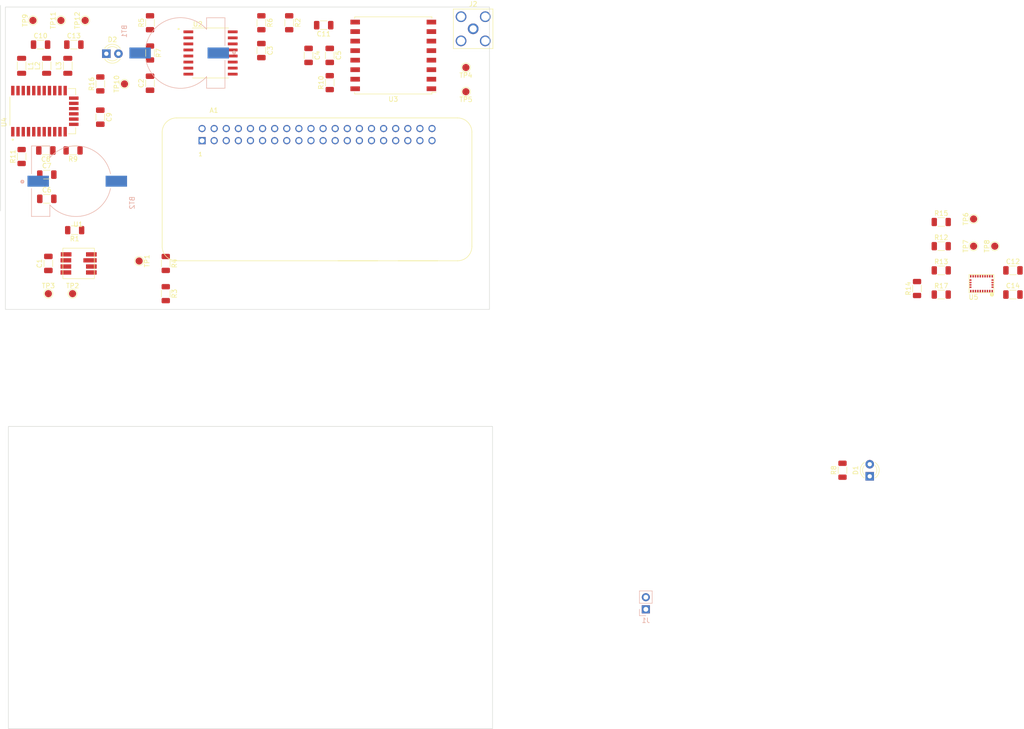
<source format=kicad_pcb>
(kicad_pcb (version 20211014) (generator pcbnew)
  (layers (0 "F.Cu" signal) (31 "B.Cu" signal) (34 "B.Paste" user) (35 "F.Paste" user) (36 "B.SilkS" user "B.Silkscreen") (37 "F.SilkS" user "F.Silkscreen") (38 "B.Mask" user) (39 "F.Mask" user) (44 "Edge.Cuts" user))
  (net 0 "")
  (net 1 "+3.3V")
  (net 2 "+5V")
  (net 3 "SDA1alt")
  (net 4 "SDA1")
  (net 5 "GND")
  (net 6 "SCL1")
  (net 7 "RX")
  (net 8 "TX")
  (net 9 "RST-RTC")
  (net 13 "RST-TRX")
  (net 14 "RST-GPS")
  (net 15 "DIO0")
  (net 16 "MOSI0")
  (net 17 "MISO0")
  (net 19 "SCLK")
  (net 20 "CS")
  (net 22 "SDA0")
  (net 23 "SCL0")
  (net 24 "BOOTN")
  (net 25 "INTN")
  (net 27 "NRST")
  (net 28 "FIX Indicator")
  (net 32 "Net-(A1-Pad40)")
  (net 33 "Net-(C1-Pad2)")
  (net 34 "Net-(C2-Pad2)")
  (net 35 "Net-(BT1-PadP)")
  (net 36 "Net-(C4-Pad2)")
  (net 37 "Net-(C6-Pad2)")
  (net 38 "Net-(C8-Pad1)")
  (net 39 "Net-(C8-Pad2)")
  (net 40 "Net-(BT2-PadP)")
  (net 41 "Net-(C11-Pad2)")
  (net 42 "Net-(C12-Pad2)")
  (net 43 "Net-(D1-Pad2)")
  (net 44 "Net-(D2-Pad2)")
  (net 45 "Net-(J2-Pad1)")
  (net 46 "Net-(L1-Pad2)")
  (net 47 "Net-(L2-Pad1)")
  (net 48 "Net-(L3-Pad1)")
  (net 49 "Net-(R2-Pad1)")
  (net 50 "+3V3")
  (net 51 "Net-(R11-Pad2)")
  (net 52 "HW Standby")
  (net 53 "Net-(C10-Pad2)")
  (net 55 "Net-(R3-Pad1)")
  (net 62 "Net-(R10-Pad2)")
  (net 73 "Net-(R12-Pad1)")
  (net 74 "Net-(R2-Pad2)")
  (footprint "Capacitor_SMD:C_1206_3216Metric" (layer "F.Cu") (at 92.837 49.088 -90)
    (fp_text reference "C5" (at 0 -1.85 90) (layer "F.SilkS"))
    (fp_text value "0.1u")
    (pad "1" smd roundrect (at -1.475 0 270) (size 1.15 1.8) (layers "F.Cu" "F.Paste" "F.Mask") (roundrect_rratio 0.217391) (net 5 "GND"))
    (pad "2" smd roundrect (at 1.475 0 270) (size 1.15 1.8) (layers "F.Cu" "F.Paste" "F.Mask") (roundrect_rratio 0.217391) (net 36 "Net-(C4-Pad2)"))
  )
  (footprint "Resistor_SMD:R_1206_3216Metric" (layer "F.Cu") (at 44.681 55.079 90)
    (fp_text reference "R16" (at 0 -1.82 90) (layer "F.SilkS"))
    (fp_text value "220")
    (pad "1" smd roundrect (at -1.4625 0 90) (size 1.125 1.75) (layers "F.Cu" "F.Paste" "F.Mask") (roundrect_rratio 0.222222) (net 28 "FIX Indicator"))
    (pad "2" smd roundrect (at 1.4625 0 90) (size 1.125 1.75) (layers "F.Cu" "F.Paste" "F.Mask") (roundrect_rratio 0.222222) (net 44 "Net-(D2-Pad2)"))
  )
  (footprint "Resistor_SMD:R_1206_3216Metric" (layer "F.Cu") (at 55.118 48.58 -90)
    (fp_text reference "R7" (at 0 -1.82 90) (layer "F.SilkS"))
    (fp_text value "220")
    (pad "1" smd roundrect (at -1.4625 0 270) (size 1.125 1.75) (layers "F.Cu" "F.Paste" "F.Mask") (roundrect_rratio 0.222222) (net 32 "Net-(A1-Pad40)"))
    (pad "2" smd roundrect (at 1.4625 0 270) (size 1.125 1.75) (layers "F.Cu" "F.Paste" "F.Mask") (roundrect_rratio 0.222222) (net 43 "Net-(D1-Pad2)"))
  )
  (footprint "Resistor_SMD:R_1206_3216Metric" (layer "F.Cu") (at 55.118 42.23 90)
    (fp_text reference "R5" (at 0 -1.82 90) (layer "F.SilkS"))
    (fp_text value "4.7k")
    (pad "1" smd roundrect (at -1.4625 0 90) (size 1.125 1.75) (layers "F.Cu" "F.Paste" "F.Mask") (roundrect_rratio 0.222222) (net 55 "Net-(R3-Pad1)"))
    (pad "2" smd roundrect (at 1.4625 0 90) (size 1.125 1.75) (layers "F.Cu" "F.Paste" "F.Mask") (roundrect_rratio 0.222222) (net 6 "SCL1"))
  )
  (footprint "avio_flight_instruments_meeting_1:BNO085" (layer "F.Cu") (at 229.616 97.028 180)
    (fp_text reference "U5" (at 1.67669 -2.83785) (layer "F.SilkS") (effects (font (size 1.001008 1.001008))))
    (fp_text value "BNO055")
    (pad "1" smd rect (at -2.25 -1.5625) (size 0.3 0.525) (layers "F.Cu" "F.Paste" "F.Mask"))
    (pad "2" smd rect (at -2.3125 -0.75 90) (size 0.3 0.425) (layers "F.Cu" "F.Paste" "F.Mask") (net 5 "GND"))
    (pad "3" smd rect (at -2.3125 -0.25 90) (size 0.3 0.425) (layers "F.Cu" "F.Paste" "F.Mask") (net 41 "Net-(C11-Pad2)"))
    (pad "4" smd rect (at -2.3125 0.25 90) (size 0.3 0.425) (layers "F.Cu" "F.Paste" "F.Mask") (net 24 "BOOTN"))
    (pad "5" smd rect (at -2.3125 0.75 90) (size 0.3 0.425) (layers "F.Cu" "F.Paste" "F.Mask") (net 5 "GND"))
    (pad "6" smd rect (at -2.25 1.5625) (size 0.3 0.525) (layers "F.Cu" "F.Paste" "F.Mask") (net 5 "GND"))
    (pad "7" smd rect (at -1.75 1.5625) (size 0.3 0.525) (layers "F.Cu" "F.Paste" "F.Mask"))
    (pad "8" smd rect (at -1.25 1.5625) (size 0.3 0.525) (layers "F.Cu" "F.Paste" "F.Mask"))
    (pad "9" smd rect (at -0.75 1.5625) (size 0.3 0.525) (layers "F.Cu" "F.Paste" "F.Mask") (net 53 "Net-(C10-Pad2)"))
    (pad "10" smd rect (at -0.25 1.5625) (size 0.3 0.525) (layers "F.Cu" "F.Paste" "F.Mask"))
    (pad "11" smd rect (at 0.25 1.5625) (size 0.3 0.525) (layers "F.Cu" "F.Paste" "F.Mask") (net 27 "NRST"))
    (pad "12" smd rect (at 0.75 1.5625) (size 0.3 0.525) (layers "F.Cu" "F.Paste" "F.Mask"))
    (pad "13" smd rect (at 1.25 1.5625) (size 0.3 0.525) (layers "F.Cu" "F.Paste" "F.Mask"))
    (pad "14" smd rect (at 1.75 1.5625) (size 0.3 0.525) (layers "F.Cu" "F.Paste" "F.Mask") (net 25 "INTN"))
    (pad "15" smd rect (at 2.25 1.5625) (size 0.3 0.525) (layers "F.Cu" "F.Paste" "F.Mask"))
    (pad "16" smd rect (at 2.3125 0.75 90) (size 0.3 0.425) (layers "F.Cu" "F.Paste" "F.Mask"))
    (pad "17" smd rect (at 2.3125 0.25 90) (size 0.3 0.425) (layers "F.Cu" "F.Paste" "F.Mask") (net 5 "GND"))
    (pad "18" smd rect (at 2.3125 -0.25 90) (size 0.3 0.425) (layers "F.Cu" "F.Paste" "F.Mask"))
    (pad "19" smd rect (at 2.3125 -0.75 90) (size 0.3 0.425) (layers "F.Cu" "F.Paste" "F.Mask") (net 23 "SCL0"))
    (pad "20" smd rect (at 2.25 -1.5625) (size 0.3 0.525) (layers "F.Cu" "F.Paste" "F.Mask") (net 22 "SDA0"))
    (pad "21" smd rect (at 1.75 -1.5625) (size 0.3 0.525) (layers "F.Cu" "F.Paste" "F.Mask"))
    (pad "22" smd rect (at 1.25 -1.5625) (size 0.3 0.525) (layers "F.Cu" "F.Paste" "F.Mask"))
    (pad "23" smd rect (at 0.75 -1.5625) (size 0.3 0.525) (layers "F.Cu" "F.Paste" "F.Mask"))
    (pad "24" smd rect (at 0.25 -1.5625) (size 0.3 0.525) (layers "F.Cu" "F.Paste" "F.Mask"))
    (pad "25" smd rect (at -0.25 -1.5625) (size 0.3 0.525) (layers "F.Cu" "F.Paste" "F.Mask") (net 5 "GND"))
    (pad "26" smd rect (at -0.75 -1.5625) (size 0.3 0.525) (layers "F.Cu" "F.Paste" "F.Mask"))
    (pad "27" smd rect (at -1.25 -1.5625) (size 0.3 0.525) (layers "F.Cu" "F.Paste" "F.Mask"))
    (pad "28" smd rect (at -1.75 -1.5625) (size 0.3 0.525) (layers "F.Cu" "F.Paste" "F.Mask") (net 41 "Net-(C11-Pad2)"))
  )
  (footprint "Capacitor_SMD:C_1206_3216Metric" (layer "F.Cu") (at 236.22 94.234)
    (fp_text reference "C12" (at 0 -1.85) (layer "F.SilkS"))
    (fp_text value "0.1u")
    (pad "1" smd roundrect (at -1.475 0) (size 1.15 1.8) (layers "F.Cu" "F.Paste" "F.Mask") (roundrect_rratio 0.217391) (net 5 "GND"))
    (pad "2" smd roundrect (at 1.475 0) (size 1.15 1.8) (layers "F.Cu" "F.Paste" "F.Mask") (roundrect_rratio 0.217391) (net 41 "Net-(C11-Pad2)"))
  )
  (footprint "Resistor_SMD:R_1206_3216Metric" (layer "F.Cu") (at 221.1725 94.234)
    (fp_text reference "R13" (at 0 -1.82) (layer "F.SilkS"))
    (fp_text value "0")
    (pad "1" smd roundrect (at -1.4625 0) (size 1.125 1.75) (layers "F.Cu" "F.Paste" "F.Mask") (roundrect_rratio 0.222222) (net 1 "+3.3V"))
    (pad "2" smd roundrect (at 1.4625 0) (size 1.125 1.75) (layers "F.Cu" "F.Paste" "F.Mask") (roundrect_rratio 0.222222) (net 41 "Net-(C11-Pad2)"))
  )
  (footprint "TestPoint:TestPoint_Pad_D1.5mm" (layer "F.Cu") (at 38.862 99.126)
    (fp_text reference "TP2" (at 0 -1.648) (layer "F.SilkS"))
    (fp_text value "TestPoint")
    (pad "1" smd circle (at 0 0) (size 1.5 1.5) (layers "F.Cu" "F.Mask") (net 6 "SCL1"))
  )
  (footprint "TestPoint:TestPoint_Pad_D1.5mm" (layer "F.Cu") (at 121.412 51.628 180)
    (fp_text reference "TP4" (at 0 -1.648) (layer "F.SilkS"))
    (fp_text value "TestPoint")
    (pad "1" smd circle (at 0 0 180) (size 1.5 1.5) (layers "F.Cu" "F.Mask") (net 16 "MOSI0"))
  )
  (footprint "Capacitor_SMD:C_1206_3216Metric" (layer "F.Cu") (at 91.567 42.738 180)
    (fp_text reference "C11" (at 0 -1.85) (layer "F.SilkS"))
    (fp_text value "0.1u")
    (pad "1" smd roundrect (at -1.475 0 180) (size 1.15 1.8) (layers "F.Cu" "F.Paste" "F.Mask") (roundrect_rratio 0.217391) (net 5 "GND"))
    (pad "2" smd roundrect (at 1.475 0 180) (size 1.15 1.8) (layers "F.Cu" "F.Paste" "F.Mask") (roundrect_rratio 0.217391) (net 41 "Net-(C11-Pad2)"))
  )
  (footprint "Capacitor_SMD:C_1206_3216Metric" (layer "F.Cu") (at 33.251 69.049 180)
    (fp_text reference "C8" (at 0 -1.85) (layer "F.SilkS"))
    (fp_text value "22p")
    (pad "1" smd roundrect (at -1.475 0 180) (size 1.15 1.8) (layers "F.Cu" "F.Paste" "F.Mask") (roundrect_rratio 0.217391) (net 38 "Net-(C8-Pad1)"))
    (pad "2" smd roundrect (at 1.475 0 180) (size 1.15 1.8) (layers "F.Cu" "F.Paste" "F.Mask") (roundrect_rratio 0.217391) (net 39 "Net-(C8-Pad2)"))
  )
  (footprint "RF_Module:HOPERF_RFM9XW_SMD" (layer "F.Cu") (at 106.172 49.088 180)
    (fp_text reference "U3" (at 0 -9.2) (layer "F.SilkS"))
    (fp_text value "RFM96W-433S2")
    (pad "1" smd rect (at -8 -7 180) (size 2 1) (layers "F.Cu" "F.Paste" "F.Mask") (net 5 "GND"))
    (pad "2" smd rect (at -8 -5 180) (size 2 1) (layers "F.Cu" "F.Paste" "F.Mask") (net 17 "MISO0"))
    (pad "3" smd rect (at -8 -3 180) (size 2 1) (layers "F.Cu" "F.Paste" "F.Mask") (net 16 "MOSI0"))
    (pad "4" smd rect (at -8 -1 180) (size 2 1) (layers "F.Cu" "F.Paste" "F.Mask") (net 19 "SCLK"))
    (pad "5" smd rect (at -8 1 180) (size 2 1) (layers "F.Cu" "F.Paste" "F.Mask") (net 20 "CS"))
    (pad "6" smd rect (at -8 3 180) (size 2 1) (layers "F.Cu" "F.Paste" "F.Mask") (net 13 "RST-TRX"))
    (pad "7" smd rect (at -8 5 180) (size 2 1) (layers "F.Cu" "F.Paste" "F.Mask"))
    (pad "8" smd rect (at -8 7 180) (size 2 1) (layers "F.Cu" "F.Paste" "F.Mask") (net 5 "GND"))
    (pad "9" smd rect (at 8 7 180) (size 2 1) (layers "F.Cu" "F.Paste" "F.Mask") (net 45 "Net-(J2-Pad1)"))
    (pad "10" smd rect (at 8 5 180) (size 2 1) (layers "F.Cu" "F.Paste" "F.Mask") (net 5 "GND"))
    (pad "11" smd rect (at 8 3 180) (size 2 1) (layers "F.Cu" "F.Paste" "F.Mask"))
    (pad "12" smd rect (at 8 1 180) (size 2 1) (layers "F.Cu" "F.Paste" "F.Mask"))
    (pad "13" smd rect (at 8 -1 180) (size 2 1) (layers "F.Cu" "F.Paste" "F.Mask") (net 36 "Net-(C4-Pad2)"))
    (pad "14" smd rect (at 8 -3 180) (size 2 1) (layers "F.Cu" "F.Paste" "F.Mask") (net 15 "DIO0"))
    (pad "15" smd rect (at 8 -5 180) (size 2 1) (layers "F.Cu" "F.Paste" "F.Mask"))
    (pad "16" smd rect (at 8 -7 180) (size 2 1) (layers "F.Cu" "F.Paste" "F.Mask"))
  )
  (footprint "TestPoint:TestPoint_Pad_D1.5mm" (layer "F.Cu") (at 232.41 89.154 90)
    (fp_text reference "TP8" (at 0 -1.648 90) (layer "F.SilkS"))
    (fp_text value "I2C_SCL0")
    (pad "1" smd circle (at 0 0 90) (size 1.5 1.5) (layers "F.Cu" "F.Mask") (net 23 "SCL0"))
  )
  (footprint "TestPoint:TestPoint_Pad_D1.5mm" (layer "F.Cu") (at 30.546 41.744 90)
    (fp_text reference "TP9" (at 0 -1.648 90) (layer "F.SilkS"))
    (fp_text value "TestPoint")
    (pad "1" smd circle (at 0 0 90) (size 1.5 1.5) (layers "F.Cu" "F.Mask") (net 52 "HW Standby"))
  )
  (footprint "TestPoint:TestPoint_Pad_D1.5mm" (layer "F.Cu") (at 36.426 41.744 90)
    (fp_text reference "TP11" (at 0 -1.648 90) (layer "F.SilkS"))
    (fp_text value "TestPoint")
    (pad "1" smd circle (at 0 0 90) (size 1.5 1.5) (layers "F.Cu" "F.Mask") (net 7 "RX"))
  )
  (footprint "Resistor_SMD:R_1206_3216Metric" (layer "F.Cu") (at 58.42 99.126 -90)
    (fp_text reference "R3" (at 0 -1.82 90) (layer "F.SilkS"))
    (fp_text value "4.7k")
    (pad "1" smd roundrect (at -1.4625 0 270) (size 1.125 1.75) (layers "F.Cu" "F.Paste" "F.Mask") (roundrect_rratio 0.222222) (net 55 "Net-(R3-Pad1)"))
    (pad "2" smd roundrect (at 1.4625 0 270) (size 1.125 1.75) (layers "F.Cu" "F.Paste" "F.Mask") (roundrect_rratio 0.222222) (net 4 "SDA1"))
  )
  (footprint "Resistor_SMD:R_1206_3216Metric" (layer "F.Cu") (at 221.1725 89.154)
    (fp_text reference "R12" (at 0 -1.82) (layer "F.SilkS"))
    (fp_text value "10k")
    (pad "1" smd roundrect (at -1.4625 0) (size 1.125 1.75) (layers "F.Cu" "F.Paste" "F.Mask") (roundrect_rratio 0.222222) (net 51 "Net-(R11-Pad2)"))
    (pad "2" smd roundrect (at 1.4625 0) (size 1.125 1.75) (layers "F.Cu" "F.Paste" "F.Mask") (roundrect_rratio 0.222222) (net 24 "BOOTN"))
  )
  (footprint "Capacitor_SMD:C_1206_3216Metric" (layer "F.Cu") (at 33.456 74.129)
    (fp_text reference "C7" (at 0 -1.85) (layer "F.SilkS"))
    (fp_text value "2.2u")
    (pad "1" smd roundrect (at -1.475 0) (size 1.15 1.8) (layers "F.Cu" "F.Paste" "F.Mask") (roundrect_rratio 0.217391) (net 5 "GND"))
    (pad "2" smd roundrect (at 1.475 0) (size 1.15 1.8) (layers "F.Cu" "F.Paste" "F.Mask") (roundrect_rratio 0.217391) (net 37 "Net-(C6-Pad2)"))
  )
  (footprint "Inductor_SMD:L_1206_3216Metric" (layer "F.Cu") (at 37.861 51.269 90)
    (fp_text reference "L3" (at 0 -1.9 90) (layer "F.SilkS"))
    (fp_text value "47n")
    (pad "1" smd roundrect (at -1.575 0 90) (size 1.05 1.9) (layers "F.Cu" "F.Paste" "F.Mask") (roundrect_rratio 0.238095) (net 48 "Net-(L3-Pad1)"))
    (pad "2" smd roundrect (at 1.575 0 90) (size 1.05 1.9) (layers "F.Cu" "F.Paste" "F.Mask") (roundrect_rratio 0.238095) (net 8 "TX"))
  )
  (footprint "Resistor_SMD:R_1206_3216Metric" (layer "F.Cu") (at 38.966 69.049 180)
    (fp_text reference "R9" (at 0 -1.82) (layer "F.SilkS"))
    (fp_text value "0")
    (pad "1" smd roundrect (at -1.4625 0 180) (size 1.125 1.75) (layers "F.Cu" "F.Paste" "F.Mask") (roundrect_rratio 0.222222) (net 1 "+3.3V"))
    (pad "2" smd roundrect (at 1.4625 0 180) (size 1.125 1.75) (layers "F.Cu" "F.Paste" "F.Mask") (roundrect_rratio 0.222222) (net 37 "Net-(C6-Pad2)"))
  )
  (footprint "avio_flight_instruments_meeting_1:SOIC127P1032X265-16N" (layer "F.Cu") (at 67.818 48.58)
    (fp_text reference "U2" (at -2.675 -6.062) (layer "F.SilkS"))
    (fp_text value "DS3231M")
    (pad "1" smd roundrect (at -4.655 -4.445) (size 2.05 0.59) (layers "F.Cu" "F.Paste" "F.Mask") (roundrect_rratio 0.07))
    (pad "2" smd roundrect (at -4.655 -3.175) (size 2.05 0.59) (layers "F.Cu" "F.Paste" "F.Mask") (roundrect_rratio 0.07) (net 34 "Net-(C2-Pad2)"))
    (pad "3" smd roundrect (at -4.655 -1.905) (size 2.05 0.59) (layers "F.Cu" "F.Paste" "F.Mask") (roundrect_rratio 0.07))
    (pad "4" smd roundrect (at -4.655 -0.635) (size 2.05 0.59) (layers "F.Cu" "F.Paste" "F.Mask") (roundrect_rratio 0.07) (net 9 "RST-RTC"))
    (pad "5" smd roundrect (at -4.655 0.635) (size 2.05 0.59) (layers "F.Cu" "F.Paste" "F.Mask") (roundrect_rratio 0.07) (net 5 "GND"))
    (pad "6" smd roundrect (at -4.655 1.905) (size 2.05 0.59) (layers "F.Cu" "F.Paste" "F.Mask") (roundrect_rratio 0.07) (net 5 "GND"))
    (pad "7" smd roundrect (at -4.655 3.175) (size 2.05 0.59) (layers "F.Cu" "F.Paste" "F.Mask") (roundrect_rratio 0.07) (net 5 "GND"))
    (pad "8" smd roundrect (at -4.655 4.445) (size 2.05 0.59) (layers "F.Cu" "F.Paste" "F.Mask") (roundrect_rratio 0.07) (net 5 "GND"))
    (pad "9" smd roundrect (at 4.655 4.445) (size 2.05 0.59) (layers "F.Cu" "F.Paste" "F.Mask") (roundrect_rratio 0.07) (net 5 "GND"))
    (pad "10" smd roundrect (at 4.655 3.175) (size 2.05 0.59) (layers "F.Cu" "F.Paste" "F.Mask") (roundrect_rratio 0.07) (net 5 "GND"))
    (pad "11" smd roundrect (at 4.655 1.905) (size 2.05 0.59) (layers "F.Cu" "F.Paste" "F.Mask") (roundrect_rratio 0.07) (net 5 "GND"))
    (pad "12" smd roundrect (at 4.655 0.635) (size 2.05 0.59) (layers "F.Cu" "F.Paste" "F.Mask") (roundrect_rratio 0.07) (net 5 "GND"))
    (pad "13" smd roundrect (at 4.655 -0.635) (size 2.05 0.59) (layers "F.Cu" "F.Paste" "F.Mask") (roundrect_rratio 0.07) (net 5 "GND"))
    (pad "14" smd roundrect (at 4.655 -1.905) (size 2.05 0.59) (layers "F.Cu" "F.Paste" "F.Mask") (roundrect_rratio 0.07) (net 35 "Net-(BT1-PadP)"))
    (pad "15" smd roundrect (at 4.655 -3.175) (size 2.05 0.59) (layers "F.Cu" "F.Paste" "F.Mask") (roundrect_rratio 0.07) (net 4 "SDA1"))
    (pad "16" smd roundrect (at 4.655 -4.445) (size 2.05 0.59) (layers "F.Cu" "F.Paste" "F.Mask") (roundrect_rratio 0.07) (net 6 "SCL1"))
  )
  (footprint "Resistor_SMD:R_1206_3216Metric" (layer "F.Cu") (at 58.42 92.776 -90)
    (fp_text reference "R4" (at 0 -1.82 90) (layer "F.SilkS"))
    (fp_text value "0")
    (pad "1" smd roundrect (at -1.4625 0 270) (size 1.125 1.75) (layers "F.Cu" "F.Paste" "F.Mask") (roundrect_rratio 0.222222) (net 1 "+3.3V"))
    (pad "2" smd roundrect (at 1.4625 0 270) (size 1.125 1.75) (layers "F.Cu" "F.Paste" "F.Mask") (roundrect_rratio 0.222222) (net 55 "Net-(R3-Pad1)"))
  )
  (footprint "TestPoint:TestPoint_Pad_D1.5mm" (layer "F.Cu") (at 33.782 99.126)
    (fp_text reference "TP3" (at 0 -1.648) (layer "F.SilkS"))
    (fp_text value "TestPoint")
    (pad "1" smd circle (at 0 0) (size 1.5 1.5) (layers "F.Cu" "F.Mask") (net 4 "SDA1"))
  )
  (footprint "Resistor_SMD:R_1206_3216Metric" (layer "F.Cu") (at 200.45 136.21 90)
    (fp_text reference "R8" (at 0 -1.82 90) (layer "F.SilkS"))
    (fp_text value "0")
    (pad "1" smd roundrect (at -1.4625 0 90) (size 1.125 1.75) (layers "F.Cu" "F.Paste" "F.Mask") (roundrect_rratio 0.222222) (net 1 "+3.3V"))
    (pad "2" smd roundrect (at 1.4625 0 90) (size 1.125 1.75) (layers "F.Cu" "F.Paste" "F.Mask") (roundrect_rratio 0.222222) (net 36 "Net-(C4-Pad2)"))
  )
  (footprint "TestPoint:TestPoint_Pad_D1.5mm" (layer "F.Cu") (at 41.506 41.744 90)
    (fp_text reference "TP12" (at 0 -1.648 90) (layer "F.SilkS"))
    (fp_text value "TestPoint")
    (pad "1" smd circle (at 0 0 90) (size 1.5 1.5) (layers "F.Cu" "F.Mask") (net 8 "TX"))
  )
  (footprint "Capacitor_SMD:C_1206_3216Metric" (layer "F.Cu") (at 39.131 46.824)
    (fp_text reference "C13" (at 0 -1.85) (layer "F.SilkS"))
    (fp_text value "22p")
    (pad "1" smd roundrect (at -1.475 0) (size 1.15 1.8) (layers "F.Cu" "F.Paste" "F.Mask") (roundrect_rratio 0.217391) (net 7 "RX"))
    (pad "2" smd roundrect (at 1.475 0) (size 1.15 1.8) (layers "F.Cu" "F.Paste" "F.Mask") (roundrect_rratio 0.217391) (net 5 "GND"))
  )
  (footprint "TestPoint:TestPoint_Pad_D1.5mm" (layer "F.Cu") (at 227.965 83.439 90)
    (fp_text reference "TP6" (at 0 -1.648 90) (layer "F.SilkS"))
    (fp_text value "BOOTN")
    (pad "1" smd circle (at 0 0 90) (size 1.5 1.5) (layers "F.Cu" "F.Mask") (net 24 "BOOTN"))
  )
  (footprint "Capacitor_SMD:C_1206_3216Metric" (layer "F.Cu") (at 33.782 92.776 90)
    (fp_text reference "C1" (at 0 -1.85 90) (layer "F.SilkS"))
    (fp_text value "100 nF")
    (pad "1" smd roundrect (at -1.475 0 90) (size 1.15 1.8) (layers "F.Cu" "F.Paste" "F.Mask") (roundrect_rratio 0.217391) (net 5 "GND"))
    (pad "2" smd roundrect (at 1.475 0 90) (size 1.15 1.8) (layers "F.Cu" "F.Paste" "F.Mask") (roundrect_rratio 0.217391) (net 33 "Net-(C1-Pad2)"))
  )
  (footprint "avio_flight_instruments_meeting_1:MS5803-01BA_Miniature_Altimeter_Module" (layer "F.Cu") (at 40.132 92.776)
    (fp_text reference "U1" (at -0.1 -8.2 unlocked) (layer "F.SilkS"))
    (fp_text value "MS5803-01BA_Miniature_Altimeter_Module")
    (pad "1" smd rect (at 2.675 1.9) (size 2.25 0.9) (layers "F.Cu" "F.Paste" "F.Mask") (net 6 "SCL1"))
    (pad "2" smd rect (at 2.675 0.65) (size 2.25 0.9) (layers "F.Cu" "F.Paste" "F.Mask") (net 5 "GND"))
    (pad "3" smd rect (at 2.4 -0.65) (size 2.8 0.9) (layers "F.Cu" "F.Paste" "F.Mask") (net 74 "Net-(R2-Pad2)"))
    (pad "4" smd rect (at 2.675 -1.9) (size 2.25 0.9) (layers "F.Cu" "F.Paste" "F.Mask"))
    (pad "5" smd rect (at -2.6275 -1.9) (size 2.25 0.9) (layers "F.Cu" "F.Paste" "F.Mask") (net 33 "Net-(C1-Pad2)"))
    (pad "6" smd rect (at -2.675 -0.65) (size 2.25 0.9) (layers "F.Cu" "F.Paste" "F.Mask") (net 74 "Net-(R2-Pad2)"))
    (pad "7" smd rect (at -2.675 0.65) (size 2.25 0.9) (layers "F.Cu" "F.Paste" "F.Mask") (net 4 "SDA1"))
    (pad "8" smd rect (at -2.675 1.9) (size 2.25 0.9) (layers "F.Cu" "F.Paste" "F.Mask"))
  )
  (footprint "Resistor_SMD:R_1206_3216Metric" (layer "F.Cu") (at 78.486 42.23 -90)
    (fp_text reference "R6" (at 0 -1.82 90) (layer "F.SilkS"))
    (fp_text value "0")
    (pad "1" smd roundrect (at -1.4625 0 270) (size 1.125 1.75) (layers "F.Cu" "F.Paste" "F.Mask") (roundrect_rratio 0.222222) (net 1 "+3.3V"))
    (pad "2" smd roundrect (at 1.4625 0 270) (size 1.125 1.75) (layers "F.Cu" "F.Paste" "F.Mask") (roundrect_rratio 0.222222) (net 34 "Net-(C2-Pad2)"))
  )
  (footprint "Connector_Coaxial:SMA_Amphenol_132203-12_Horizontal" (layer "F.Cu") (at 122.936 43.5 -90)
    (fp_text reference "J2" (at -5.2 0) (layer "F.SilkS"))
    (fp_text value "Conn_Coaxial")
    (pad "1" thru_hole circle (at 0 0 270) (size 2.25 2.25) (drill 1.5) (layers *.Cu *.Mask) (net 45 "Net-(J2-Pad1)"))
    (pad "2" thru_hole circle (at 2.54 -2.54 270) (size 2.25 2.25) (drill 1.7) (layers *.Cu *.Mask) (net 5 "GND"))
    (pad "2" thru_hole circle (at -2.54 -2.54 270) (size 2.25 2.25) (drill 1.7) (layers *.Cu *.Mask) (net 5 "GND"))
    (pad "2" thru_hole circle (at 2.54 2.54) (size 2.25 2.25) (drill 1.7) (layers *.Cu *.Mask) (net 5 "GND"))
    (pad "2" thru_hole circle (at -2.54 2.54 270) (size 2.25 2.25) (drill 1.7) (layers *.Cu *.Mask) (net 5 "GND"))
  )
  (footprint "Capacitor_SMD:C_1206_3216Metric" (layer "F.Cu") (at 236.22 99.314)
    (fp_text reference "C14" (at 0 -1.85) (layer "F.SilkS"))
    (fp_text value "22p")
    (pad "1" smd roundrect (at -1.475 0) (size 1.15 1.8) (layers "F.Cu" "F.Paste" "F.Mask") (roundrect_rratio 0.217391) (net 8 "TX"))
    (pad "2" smd roundrect (at 1.475 0) (size 1.15 1.8) (layers "F.Cu" "F.Paste" "F.Mask") (roundrect_rratio 0.217391) (net 5 "GND"))
  )
  (footprint "TestPoint:TestPoint_Pad_D1.5mm" (layer "F.Cu") (at 121.412 56.708 180)
    (fp_text reference "TP5" (at 0 -1.648) (layer "F.SilkS"))
    (fp_text value "TestPoint")
    (pad "1" smd circle (at 0 0 180) (size 1.5 1.5) (layers "F.Cu" "F.Mask") (net 17 "MISO0"))
  )
  (footprint "LED_THT:LED_D3.0mm" (layer "F.Cu") (at 45.951 48.729)
    (fp_text reference "D2" (at 1.27 -2.96) (layer "F.SilkS"))
    (fp_text value "Green")
    (pad "1" thru_hole rect (at 0 0) (size 1.8 1.8) (drill 0.9) (layers *.Cu *.Mask) (net 5 "GND"))
    (pad "2" thru_hole circle (at 2.54 0) (size 1.8 1.8) (drill 0.9) (layers *.Cu *.Mask) (net 44 "Net-(D2-Pad2)"))
  )
  (footprint "Capacitor_SMD:C_1206_3216Metric" (layer "F.Cu") (at 88.392 49.088 -90)
    (fp_text reference "C4" (at 0 -1.85 90) (layer "F.SilkS"))
    (fp_text value "10u")
    (pad "1" smd roundrect (at -1.475 0 270) (size 1.15 1.8) (layers "F.Cu" "F.Paste" "F.Mask") (roundrect_rratio 0.217391) (net 5 "GND"))
    (pad "2" smd roundrect (at 1.475 0 270) (size 1.15 1.8) (layers "F.Cu" "F.Paste" "F.Mask") (roundrect_rratio 0.217391) (net 36 "Net-(C4-Pad2)"))
  )
  (footprint "Inductor_SMD:L_1206_3216Metric" (layer "F.Cu") (at 28.171 51.269 -90)
    (fp_text reference "L1" (at 0 -1.9 90) (layer "F.SilkS"))
    (fp_text value "1.8n")
    (pad "1" smd roundrect (at -1.575 0 270) (size 1.05 1.9) (layers "F.Cu" "F.Paste" "F.Mask") (roundrect_rratio 0.238095) (net 5 "GND"))
    (pad "2" smd roundrect (at 1.575 0 270) (size 1.05 1.9) (layers "F.Cu" "F.Paste" "F.Mask") (roundrect_rratio 0.238095) (net 46 "Net-(L1-Pad2)"))
  )
  (footprint "Capacitor_SMD:C_1206_3216Metric" (layer "F.Cu") (at 33.456 79.209)
    (fp_text reference "C6" (at 0 -1.85) (layer "F.SilkS"))
    (fp_text value "22p")
    (pad "1" smd roundrect (at -1.475 0) (size 1.15 1.8) (layers "F.Cu" "F.Paste" "F.Mask") (roundrect_rratio 0.217391) (net 5 "GND"))
    (pad "2" smd roundrect (at 1.475 0) (size 1.15 1.8) (layers "F.Cu" "F.Paste" "F.Mask") (roundrect_rratio 0.217391) (net 37 "Net-(C6-Pad2)"))
  )
  (footprint "Resistor_SMD:R_1206_3216Metric" (layer "F.Cu") (at 216.0925 98.044 90)
    (fp_text reference "R14" (at 0 -1.82 90) (layer "F.SilkS"))
    (fp_text value "220")
    (pad "1" smd roundrect (at -1.4625 0 90) (size 1.125 1.75) (layers "F.Cu" "F.Paste" "F.Mask") (roundrect_rratio 0.222222) (net 28 "FIX Indicator"))
    (pad "2" smd roundrect (at 1.4625 0 90) (size 1.125 1.75) (layers "F.Cu" "F.Paste" "F.Mask") (roundrect_rratio 0.222222) (net 44 "Net-(D2-Pad2)"))
  )
  (footprint "Capacitor_SMD:C_1206_3216Metric" (layer "F.Cu") (at 78.486 48.072 -90)
    (fp_text reference "C3" (at 0 -1.85 90) (layer "F.SilkS"))
    (fp_text value "0.47u")
    (pad "1" smd roundrect (at -1.475 0 270) (size 1.15 1.8) (layers "F.Cu" "F.Paste" "F.Mask") (roundrect_rratio 0.217391) (net 35 "Net-(BT1-PadP)"))
    (pad "2" smd roundrect (at 1.475 0 270) (size 1.15 1.8) (layers "F.Cu" "F.Paste" "F.Mask") (roundrect_rratio 0.217391) (net 5 "GND"))
  )
  (footprint "Capacitor_SMD:C_1206_3216Metric" (layer "F.Cu") (at 44.681 62.064 -90)
    (fp_text reference "C9" (at 0 -1.85 90) (layer "F.SilkS"))
    (fp_text value "22p")
    (pad "1" smd roundrect (at -1.475 0 270) (size 1.15 1.8) (layers "F.Cu" "F.Paste" "F.Mask") (roundrect_rratio 0.217391) (net 5 "GND"))
    (pad "2" smd roundrect (at 1.475 0 270) (size 1.15 1.8) (layers "F.Cu" "F.Paste" "F.Mask") (roundrect_rratio 0.217391) (net 40 "Net-(BT2-PadP)"))
  )
  (footprint "Resistor_SMD:R_1206_3216Metric" (layer "F.Cu") (at 221.1725 99.314)
    (fp_text reference "R17" (at 0 -1.82) (layer "F.SilkS"))
    (fp_text value "0")
    (pad "1" smd roundrect (at -1.4625 0) (size 1.125 1.75) (layers "F.Cu" "F.Paste" "F.Mask") (roundrect_rratio 0.222222) (net 50 "+3V3"))
    (pad "2" smd roundrect (at 1.4625 0) (size 1.125 1.75) (layers "F.Cu" "F.Paste" "F.Mask") (roundrect_rratio 0.222222) (net 42 "Net-(C12-Pad2)"))
  )
  (footprint "TestPoint:TestPoint_Pad_D1.5mm" (layer "F.Cu") (at 52.832 92.268 -90)
    (fp_text reference "TP1" (at 0 -1.648 90) (layer "F.SilkS"))
    (fp_text value "3.3V")
    (pad "1" smd circle (at 0 0 270) (size 1.5 1.5) (layers "F.Cu" "F.Mask") (net 1 "+3.3V"))
  )
  (footprint "Capacitor_SMD:C_1206_3216Metric" (layer "F.Cu") (at 55.118 54.93 90)
    (fp_text reference "C2" (at 0 -1.85 90) (layer "F.SilkS"))
    (fp_text value "0.47u")
    (pad "1" smd roundrect (at -1.475 0 90) (size 1.15 1.8) (layers "F.Cu" "F.Paste" "F.Mask") (roundrect_rratio 0.217391) (net 5 "GND"))
    (pad "2" smd roundrect (at 1.475 0 90) (size 1.15 1.8) (layers "F.Cu" "F.Paste" "F.Mask") (roundrect_rratio 0.217391) (net 34 "Net-(C2-Pad2)"))
  )
  (footprint "Resistor_SMD:R_1206_3216Metric" (layer "F.Cu") (at 28.171 70.319 90)
    (fp_text reference "R11" (at 0 -1.82 90) (layer "F.SilkS"))
    (fp_text value "0")
    (pad "1" smd roundrect (at -1.4625 0 90) (size 1.125 1.75) (layers "F.Cu" "F.Paste" "F.Mask") (roundrect_rratio 0.222222) (net 1 "+3.3V"))
    (pad "2" smd roundrect (at 1.4625 0 90) (size 1.125 1.75) (layers "F.Cu" "F.Paste" "F.Mask") (roundrect_rratio 0.222222) (net 51 "Net-(R11-Pad2)"))
  )
  (footprint "Resistor_SMD:R_1206_3216Metric" (layer "F.Cu") (at 84.328 42.23 -90)
    (fp_text reference "R2" (at 0 -1.82 90) (layer "F.SilkS"))
    (fp_text value "4.7k")
    (pad "1" smd roundrect (at -1.4625 0 270) (size 1.125 1.75) (layers "F.Cu" "F.Paste" "F.Mask") (roundrect_rratio 0.222222) (net 49 "Net-(R2-Pad1)"))
    (pad "2" smd roundrect (at 1.4625 0 270) (size 1.125 1.75) (layers "F.Cu" "F.Paste" "F.Mask") (roundrect_rratio 0.222222) (net 3 "SDA1alt"))
  )
  (footprint "avio_flight_instruments_meeting_1:XCVR_M20050-1" (layer "F.Cu") (at 32.616 60.794 90)
    (fp_text reference "U4" (at -2.325 -8.135 90) (layer "F.SilkS"))
    (fp_text value "M20050-1")
    (pad "1" smd rect (at -4.32 -6.3 90) (size 2 0.7) (layers "F.Cu" "F.Paste" "F.Mask") (net 62 "Net-(R10-Pad2)"))
    (pad "2" smd rect (at -4.32 -5.2 90) (size 2 0.7) (layers "F.Cu" "F.Paste" "F.Mask") (net 5 "GND"))
    (pad "3" smd rect (at -4.32 -4.1 90) (size 2 0.7) (layers "F.Cu" "F.Paste" "F.Mask") (net 5 "GND"))
    (pad "4" smd rect (at -4.32 -3 90) (size 2 0.7) (layers "F.Cu" "F.Paste" "F.Mask") (net 39 "Net-(C8-Pad2)"))
    (pad "5" smd rect (at -4.32 -1.9 90) (size 2 0.7) (layers "F.Cu" "F.Paste" "F.Mask") (net 5 "GND"))
    (pad "6" smd rect (at -4.32 -0.8 90) (size 2 0.7) (layers "F.Cu" "F.Paste" "F.Mask") (net 38 "Net-(C8-Pad1)"))
    (pad "7" smd rect (at -4.32 0.3 90) (size 2 0.7) (layers "F.Cu" "F.Paste" "F.Mask") (net 5 "GND"))
    (pad "8" smd rect (at -4.32 1.4 90) (size 2 0.7) (layers "F.Cu" "F.Paste" "F.Mask") (net 37 "Net-(C6-Pad2)"))
    (pad "9" smd rect (at -4.32 2.5 90) (size 2 0.7) (layers "F.Cu" "F.Paste" "F.Mask") (net 5 "GND"))
    (pad "10" smd rect (at -4.32 3.6 90) (size 2 0.7) (layers "F.Cu" "F.Paste" "F.Mask") (net 14 "RST-GPS"))
    (pad "11" smd rect (at -4.32 4.7 90) (size 2 0.7) (layers "F.Cu" "F.Paste" "F.Mask"))
    (pad "12" smd rect (at -2.77 6.5 90) (size 0.7 2) (layers "F.Cu" "F.Paste" "F.Mask") (net 40 "Net-(BT2-PadP)"))
    (pad "13" smd rect (at -1.67 6.5 90) (size 0.7 2) (layers "F.Cu" "F.Paste" "F.Mask"))
    (pad "14" smd rect (at -0.57 6.5 90) (size 0.7 2) (layers "F.Cu" "F.Paste" "F.Mask"))
    (pad "15" smd rect (at 0.53 6.5 90) (size 0.7 2) (layers "F.Cu" "F.Paste" "F.Mask") (net 5 "GND"))
    (pad "16" smd rect (at 1.63 6.5 90) (size 0.7 2) (layers "F.Cu" "F.Paste" "F.Mask") (net 5 "GND"))
    (pad "17" smd rect (at 2.73 6.5 90) (size 0.7 2) (layers "F.Cu" "F.Paste" "F.Mask") (net 5 "GND"))
    (pad "18" smd rect (at 4.32 4.7 90) (size 2 0.7) (layers "F.Cu" "F.Paste" "F.Mask") (net 28 "FIX Indicator"))
    (pad "19" smd rect (at 4.32 3.6 90) (size 2 0.7) (layers "F.Cu" "F.Paste" "F.Mask") (net 5 "GND"))
    (pad "20" smd rect (at 4.32 2.5 90) (size 2 0.7) (layers "F.Cu" "F.Paste" "F.Mask") (net 48 "Net-(L3-Pad1)"))
    (pad "21" smd rect (at 4.32 1.4 90) (size 2 0.7) (layers "F.Cu" "F.Paste" "F.Mask") (net 47 "Net-(L2-Pad1)"))
    (pad "22" smd rect (at 4.32 0.3 90) (size 2 0.7) (layers "F.Cu" "F.Paste" "F.Mask") (net 5 "GND"))
    (pad "23" smd rect (at 4.32 -0.8 90) (size 2 0.7) (layers "F.Cu" "F.Paste" "F.Mask") (net 5 "GND"))
    (pad "24" smd rect (at 4.32 -1.9 90) (size 2 0.7) (layers "F.Cu" "F.Paste" "F.Mask") (net 5 "GND"))
    (pad "25" smd rect (at 4.32 -3 90) (size 2 0.7) (layers "F.Cu" "F.Paste" "F.Mask") (net 5 "GND"))
    (pad "26" smd rect (at 4.32 -4.1 90) (size 2 0.7) (layers "F.Cu" "F.Paste" "F.Mask") (net 52 "HW Standby"))
    (pad "27" smd rect (at 4.32 -5.2 90) (size 2 0.7) (layers "F.Cu" "F.Paste" "F.Mask") (net 5 "GND"))
    (pad "28" smd rect (at 4.32 -6.3 90) (size 2 0.7) (layers "F.Cu" "F.Paste" "F.Mask") (net 46 "Net-(L1-Pad2)"))
  )
  (footprint "Inductor_SMD:L_1206_3216Metric" (layer "F.Cu") (at 33.416 51.269 90)
    (fp_text reference "L2" (at 0 -1.9 90) (layer "F.SilkS"))
    (fp_text value "47n")
    (pad "1" smd roundrect (at -1.575 0 90) (size 1.05 1.9) (layers "F.Cu" "F.Paste" "F.Mask") (roundrect_rratio 0.238095) (net 47 "Net-(L2-Pad1)"))
    (pad "2" smd roundrect (at 1.575 0 90) (size 1.05 1.9) (layers "F.Cu" "F.Paste" "F.Mask") (roundrect_rratio 0.238095) (net 7 "RX"))
  )
  (footprint "TestPoint:TestPoint_Pad_D1.5mm" (layer "F.Cu") (at 49.761 55.079 90)
    (fp_text reference "TP10" (at 0 -1.648 90) (layer "F.SilkS"))
    (fp_text value "TestPoint")
    (pad "1" smd circle (at 0 0 90) (size 1.5 1.5) (layers "F.Cu" "F.Mask") (net 28 "FIX Indicator"))
  )
  (footprint "avio_flight_instruments_meeting_1:ADA3708_RPI-ZERO" (layer "F.Cu") (at 90.17 65.72)
    (fp_text reference "A1" (at -21.6416 -5.09081) (layer "F.SilkS") (effects (font (size 1.00189 1.00189))))
    (fp_text value "ADA3708")
    (fp_text user "1" (at -24.4727 4.13175) (layer "F.SilkS") (effects (font (size 0.800827 0.800827))))
    (pad "" np_thru_hole circle (at 29 23) (size 2.75 2.75) (drill 2.75) (layers *.Cu *.Mask))
    (pad "" np_thru_hole circle (at -29 0) (size 2.75 2.75) (drill 2.75) (layers *.Cu *.Mask))
    (pad "" np_thru_hole circle (at -29 23) (size 2.75 2.75) (drill 2.75) (layers *.Cu *.Mask))
    (pad "" np_thru_hole circle (at 29 0) (size 2.75 2.75) (drill 2.75) (layers *.Cu *.Mask))
    (pad "1" thru_hole rect (at -24.13 1.27) (size 1.508 1.508) (drill 1) (layers *.Cu *.Mask) (net 1 "+3.3V"))
    (pad "2" thru_hole circle (at -24.13 -1.27) (size 1.508 1.508) (drill 1) (layers *.Cu *.Mask) (net 2 "+5V"))
    (pad "3" thru_hole circle (at -21.59 1.27) (size 1.508 1.508) (drill 1) (layers *.Cu *.Mask) (net 4 "SDA1"))
    (pad "4" thru_hole circle (at -21.59 -1.27) (size 1.508 1.508) (drill 1) (layers *.Cu *.Mask) (net 2 "+5V"))
    (pad "5" thru_hole circle (at -19.05 1.27) (size 1.508 1.508) (drill 1) (layers *.Cu *.Mask) (net 6 "SCL1"))
    (pad "6" thru_hole circle (at -19.05 -1.27) (size 1.508 1.508) (drill 1) (layers *.Cu *.Mask) (net 5 "GND"))
    (pad "7" thru_hole circle (at -16.51 1.27) (size 1.508 1.508) (drill 1) (layers *.Cu *.Mask))
    (pad "8" thru_hole circle (at -16.51 -1.27) (size 1.508 1.508) (drill 1) (layers *.Cu *.Mask) (net 7 "RX"))
    (pad "9" thru_hole circle (at -13.97 1.27) (size 1.508 1.508) (drill 1) (layers *.Cu *.Mask) (net 5 "GND"))
    (pad "10" thru_hole circle (at -13.97 -1.27) (size 1.508 1.508) (drill 1) (layers *.Cu *.Mask) (net 8 "TX"))
    (pad "11" thru_hole circle (at -11.43 1.27) (size 1.508 1.508) (drill 1) (layers *.Cu *.Mask) (net 9 "RST-RTC"))
    (pad "12" thru_hole circle (at -11.43 -1.27) (size 1.508 1.508) (drill 1) (layers *.Cu *.Mask) (net 14 "RST-GPS"))
    (pad "13" thru_hole circle (at -8.89 1.27) (size 1.508 1.508) (drill 1) (layers *.Cu *.Mask))
    (pad "14" thru_hole circle (at -8.89 -1.27) (size 1.508 1.508) (drill 1) (layers *.Cu *.Mask) (net 5 "GND"))
    (pad "15" thru_hole circle (at -6.35 1.27) (size 1.508 1.508) (drill 1) (layers *.Cu *.Mask))
    (pad "16" thru_hole circle (at -6.35 -1.27) (size 1.508 1.508) (drill 1) (layers *.Cu *.Mask) (net 13 "RST-TRX"))
    (pad "17" thru_hole circle (at -3.81 1.27) (size 1.508 1.508) (drill 1) (layers *.Cu *.Mask) (net 1 "+3.3V"))
    (pad "18" thru_hole circle (at -3.81 -1.27) (size 1.508 1.508) (drill 1) (layers *.Cu *.Mask) (net 15 "DIO0"))
    (pad "19" thru_hole circle (at -1.27 1.27) (size 1.508 1.508) (drill 1) (layers *.Cu *.Mask) (net 16 "MOSI0"))
    (pad "20" thru_hole circle (at -1.27 -1.27) (size 1.508 1.508) (drill 1) (layers *.Cu *.Mask) (net 5 "GND"))
    (pad "21" thru_hole circle (at 1.27 1.27) (size 1.508 1.508) (drill 1) (layers *.Cu *.Mask) (net 17 "MISO0"))
    (pad "22" thru_hole circle (at 1.27 -1.27) (size 1.508 1.508) (drill 1) (layers *.Cu *.Mask))
    (pad "23" thru_hole circle (at 3.81 1.27) (size 1.508 1.508) (drill 1) (layers *.Cu *.Mask) (net 19 "SCLK"))
    (pad "24" thru_hole circle (at 3.81 -1.27) (size 1.508 1.508) (drill 1) (layers *.Cu *.Mask) (net 20 "CS"))
    (pad "25" thru_hole circle (at 6.35 1.27) (size 1.508 1.508) (drill 1) (layers *.Cu *.Mask) (net 5 "GND"))
    (pad "26" thru_hole circle (at 6.35 -1.27) (size 1.508 1.508) (drill 1) (layers *.Cu *.Mask))
    (pad "27" thru_hole circle (at 8.89 1.27) (size 1.508 1.508) (drill 1) (layers *.Cu *.Mask) (net 22 "SDA0"))
    (pad "28" thru_hole circle (at 8.89 -1.27) (size 1.508 1.508) (drill 1) (layers *.Cu *.Mask) (net 23 "SCL0"))
    (pad "29" thru_hole circle (at 11.43 1.27) (size 1.508 1.508) (drill 1) (layers *.Cu *.Mask) (net 24 "BOOTN"))
    (pad "30" thru_hole circle (at 11.43 -1.27) (size 1.508 1.508) (drill 1) (layers *.Cu *.Mask) (net 5 "GND"))
    (pad "31" thru_hole circle (at 13.97 1.27) (size 1.508 1.508) (drill 1) (layers *.Cu *.Mask) (net 25 "INTN"))
    (pad "32" thru_hole circle (at 13.97 -1.27) (size 1.508 1.508) (drill 1) (layers *.Cu *.Mask))
    (pad "33" thru_hole circle (at 16.51 1.27) (size 1.508 1.508) (drill 1) (layers *.Cu *.Mask) (net 27 "NRST"))
    (pad "34" thru_hole circle (at 16.51 -1.27) (size 1.508 1.508) (drill 1) (layers *.Cu *.Mask) (net 5 "GND"))
    (pad "35" thru_hole circle (at 19.05 1.27) (size 1.508 1.508) (drill 1) (layers *.Cu *.Mask) (net 28 "FIX Indicator"))
    (pad "36" thru_hole circle (at 19.05 -1.27) (size 1.508 1.508) (drill 1) (layers *.Cu *.Mask))
    (pad "37" thru_hole circle (at 21.59 1.27) (size 1.508 1.508) (drill 1) (layers *.Cu *.Mask))
    (pad "38" thru_hole circle (at 21.59 -1.27) (size 1.508 1.508) (drill 1) (layers *.Cu *.Mask))
    (pad "39" thru_hole circle (at 24.13 1.27) (size 1.508 1.508) (drill 1) (layers *.Cu *.Mask) (net 5 "GND"))
    (pad "40" thru_hole circle (at 24.13 -1.27) (size 1.508 1.508) (drill 1) (layers *.Cu *.Mask) (net 32 "Net-(A1-Pad40)"))
  )
  (footprint "Resistor_SMD:R_1206_3216Metric" (layer "F.Cu") (at 39.3045 85.791 180)
    (fp_text reference "R1" (at 0 -1.82) (layer "F.SilkS"))
    (fp_text value "0")
    (pad "1" smd roundrect (at -1.4625 0 180) (size 1.125 1.75) (layers "F.Cu" "F.Paste" "F.Mask") (roundrect_rratio 0.222222) (net 1 "+3.3V"))
    (pad "2" smd roundrect (at 1.4625 0 180) (size 1.125 1.75) (layers "F.Cu" "F.Paste" "F.Mask") (roundrect_rratio 0.222222) (net 33 "Net-(C1-Pad2)"))
  )
  (footprint "Resistor_SMD:R_1206_3216Metric" (layer "F.Cu") (at 221.1725 84.074)
    (fp_text reference "R15" (at 0 -1.82) (layer "F.SilkS"))
    (fp_text value "10k")
    (pad "1" smd roundrect (at -1.4625 0) (size 1.125 1.75) (layers "F.Cu" "F.Paste" "F.Mask") (roundrect_rratio 0.222222) (net 73 "Net-(R12-Pad1)"))
    (pad "2" smd roundrect (at 1.4625 0) (size 1.125 1.75) (layers "F.Cu" "F.Paste" "F.Mask") (roundrect_rratio 0.222222) (net 24 "BOOTN"))
  )
  (footprint "Capacitor_SMD:C_1206_3216Metric" (layer "F.Cu") (at 32.146 46.824)
    (fp_text reference "C10" (at 0 -1.85) (layer "F.SilkS"))
    (fp_text value "0.1u")
    (pad "1" smd roundrect (at -1.475 0) (size 1.15 1.8) (layers "F.Cu" "F.Paste" "F.Mask") (roundrect_rratio 0.217391) (net 5 "GND"))
    (pad "2" smd roundrect (at 1.475 0) (size 1.15 1.8) (layers "F.Cu" "F.Paste" "F.Mask") (roundrect_rratio 0.217391) (net 53 "Net-(C10-Pad2)"))
  )
  (footprint "LED_THT:LED_D3.0mm" (layer "F.Cu") (at 206.165 137.485 90)
    (fp_text reference "D1" (at 1.27 -2.96 90) (layer "F.SilkS"))
    (fp_text value "Green")
    (pad "1" thru_hole rect (at 0 0 90) (size 1.8 1.8) (drill 0.9) (layers *.Cu *.Mask) (net 5 "GND"))
    (pad "2" thru_hole circle (at 2.54 0 90) (size 1.8 1.8) (drill 0.9) (layers *.Cu *.Mask) (net 43 "Net-(D1-Pad2)"))
  )
  (footprint "TestPoint:TestPoint_Pad_D1.5mm" (layer "F.Cu") (at 227.965 89.154 90)
    (fp_text reference "TP7" (at 0 -1.648 90) (layer "F.SilkS"))
    (fp_text value "I2C_SDA0")
    (pad "1" smd circle (at 0 0 90) (size 1.5 1.5) (layers "F.Cu" "F.Mask") (net 22 "SDA0"))
  )
  (footprint "Resistor_SMD:R_1206_3216Metric" (layer "F.Cu") (at 92.837 54.803 90)
    (fp_text reference "R10" (at 0 -1.82 90) (layer "F.SilkS"))
    (fp_text value "0")
    (pad "1" smd roundrect (at -1.4625 0 90) (size 1.125 1.75) (layers "F.Cu" "F.Paste" "F.Mask") (roundrect_rratio 0.222222) (net 5 "GND"))
    (pad "2" smd roundrect (at 1.4625 0 90) (size 1.125 1.75) (layers "F.Cu" "F.Paste" "F.Mask") (roundrect_rratio 0.222222) (net 62 "Net-(R10-Pad2)"))
  )
  (footprint "avio_flight_instruments_meeting_1:BAT_S8411-45R" (layer "B.Cu") (at 61.468 48.58 -90)
    (fp_text reference "BT1" (at -4.545 11.74 90) (layer "B.SilkS") (effects (justify mirror)))
    (fp_text value "S8411-45R")
    (pad "" np_thru_hole circle (at 0 3.725 270) (size 1.05 1.05) (drill 1.05) (layers *.Cu *.Mask))
    (pad "" np_thru_hole circle (at 0 -3.725 270) (size 1.3 1.3) (drill 1.3) (layers *.Cu *.Mask))
    (pad "N" smd rect (at 0 8.425 180) (size 4.5 2.3) (layers "B.Cu" "B.Paste" "B.Mask") (net 5 "GND"))
    (pad "P" smd rect (at 0 -7.975 180) (size 4.5 2.3) (layers "B.Cu" "B.Paste" "B.Mask") (net 35 "Net-(BT1-PadP)"))
  )
  (footprint "Connector_PinHeader_2.54mm:PinHeader_1x02_P2.54mm_Vertical" (layer "B.Cu") (at 159.175 165.42)
    (fp_text reference "J1" (at 0 2.33) (layer "B.SilkS") (effects (justify mirror)))
    (fp_text value "Conn_01x02_Male")
    (pad "1" thru_hole rect (at 0 0) (size 1.7 1.7) (drill 1) (layers *.Cu *.Mask) (net 2 "+5V"))
    (pad "2" thru_hole oval (at 0 -2.54) (size 1.7 1.7) (drill 1) (layers *.Cu *.Mask) (net 5 "GND"))
  )
  (footprint "avio_flight_instruments_meeting_1:BAT_S8411-45R" (layer "B.Cu") (at 39.624 75.504 90)
    (fp_text reference "BT2" (at -4.545 11.74 90) (layer "B.SilkS") (effects (justify mirror)))
    (fp_text value "S8411-45R")
    (pad "" np_thru_hole circle (at 0 3.725 90) (size 1.05 1.05) (drill 1.05) (layers *.Cu *.Mask))
    (pad "" np_thru_hole circle (at 0 -3.725 90) (size 1.3 1.3) (drill 1.3) (layers *.Cu *.Mask))
    (pad "N" smd rect (at 0 8.425) (size 4.5 2.3) (layers "B.Cu" "B.Paste" "B.Mask") (net 5 "GND"))
    (pad "P" smd rect (at 0 -7.975) (size 4.5 2.3) (layers "B.Cu" "B.Paste" "B.Mask") (net 40 "Net-(BT2-PadP)"))
  )
  (gr_line (start 23.726 81.749) (end 23.726 38.569) (layer "Edge.Cuts") (width 0.1))
  (gr_rect (start 24.765 38.928) (end 126.365 102.428) (layer "Edge.Cuts") (width 0.1) (fill none))
  (gr_rect (start 25.4 127) (end 127 190.5) (layer "Edge.Cuts") (width 0.1) (fill none))
)
</source>
